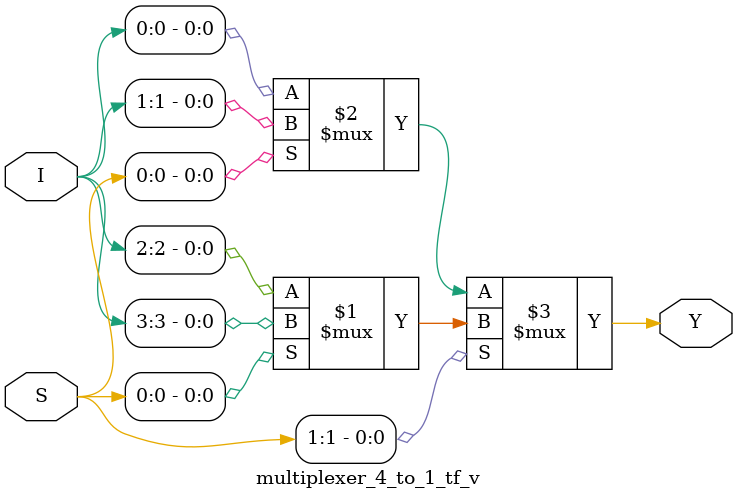
<source format=v>
module multiplexer_4_to_1_tf_v(S, I, Y);
    input [1:0] S;
    input [3:0] I;
    output Y;

    assign Y = S[1] ? (S[0] ? I[3] : I[2]) : (S[0] ? I[1] : I[0]);
endmodule
</source>
